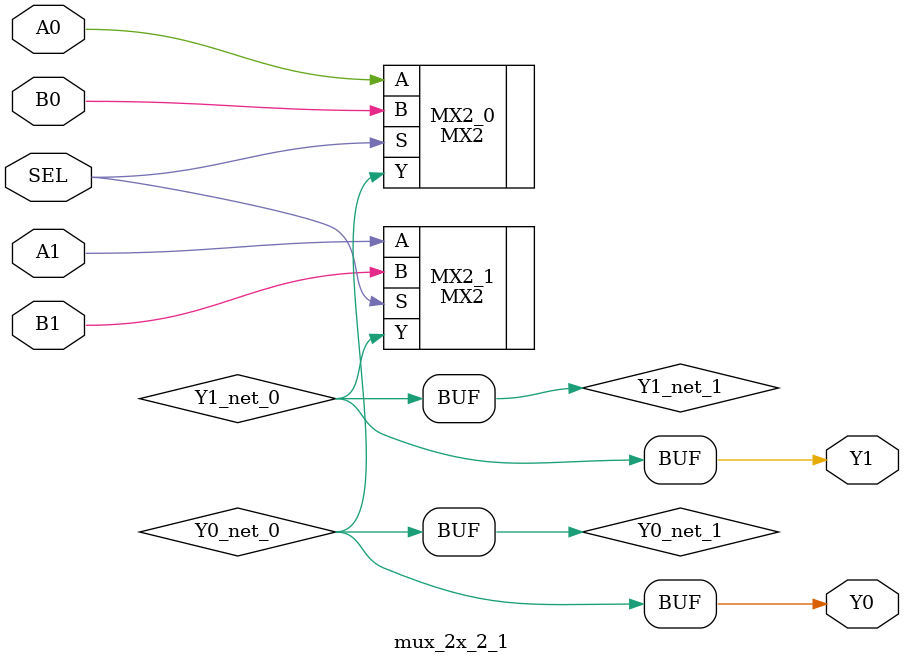
<source format=v>

`timescale 1ns / 100ps

module mux_2x_2_1(
    // Inputs
    A0,
    A1,
    B0,
    B1,
    SEL,
    // Outputs
    Y0,
    Y1
);

//--------------------------------------------------------------------
// Input
//--------------------------------------------------------------------
input  A0;
input  A1;
input  B0;
input  B1;
input  SEL;
//--------------------------------------------------------------------
// Output
//--------------------------------------------------------------------
output Y0;
output Y1;
//--------------------------------------------------------------------
// Nets
//--------------------------------------------------------------------
wire   A0;
wire   A1;
wire   B0;
wire   B1;
wire   SEL;
wire   Y0_net_0;
wire   Y1_net_0;
wire   Y0_net_1;
wire   Y1_net_1;
//--------------------------------------------------------------------
// Top level output port assignments
//--------------------------------------------------------------------
assign Y0_net_1 = Y0_net_0;
assign Y0       = Y0_net_1;
assign Y1_net_1 = Y1_net_0;
assign Y1       = Y1_net_1;
//--------------------------------------------------------------------
// Component instances
//--------------------------------------------------------------------
//--------MX2
MX2 MX2_0(
        // Inputs
        .A ( A0 ),
        .B ( B0 ),
        .S ( SEL ),
        // Outputs
        .Y ( Y0_net_0 ) 
        );

//--------MX2
MX2 MX2_1(
        // Inputs
        .A ( A1 ),
        .B ( B1 ),
        .S ( SEL ),
        // Outputs
        .Y ( Y1_net_0 ) 
        );


endmodule

</source>
